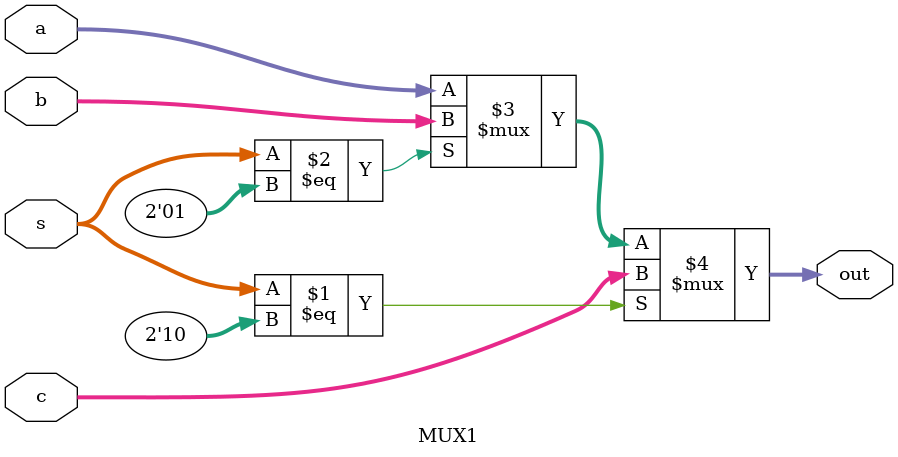
<source format=v>
module MUX1 (input [63 : 0] a,b,c,
 input  [1:0] s,
 output [63 : 0] out);
assign out = (s == 2'b10) ? c : (s == 2'b01) ? b : a;
endmodule

</source>
